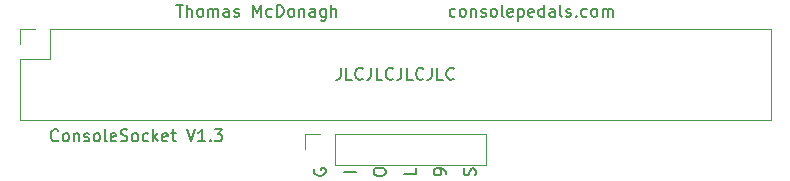
<source format=gbr>
G04 #@! TF.GenerationSoftware,KiCad,Pcbnew,(5.1.7)-1*
G04 #@! TF.CreationDate,2021-08-29T16:28:43-05:00*
G04 #@! TF.ProjectId,ConsoleSocket,436f6e73-6f6c-4655-936f-636b65742e6b,rev?*
G04 #@! TF.SameCoordinates,Original*
G04 #@! TF.FileFunction,Legend,Top*
G04 #@! TF.FilePolarity,Positive*
%FSLAX46Y46*%
G04 Gerber Fmt 4.6, Leading zero omitted, Abs format (unit mm)*
G04 Created by KiCad (PCBNEW (5.1.7)-1) date 2021-08-29 16:28:43*
%MOMM*%
%LPD*%
G01*
G04 APERTURE LIST*
%ADD10C,0.150000*%
%ADD11C,0.120000*%
G04 APERTURE END LIST*
D10*
X143984761Y-47910714D02*
X144032380Y-47767857D01*
X144032380Y-47529761D01*
X143984761Y-47434523D01*
X143937142Y-47386904D01*
X143841904Y-47339285D01*
X143746666Y-47339285D01*
X143651428Y-47386904D01*
X143603809Y-47434523D01*
X143556190Y-47529761D01*
X143508571Y-47720238D01*
X143460952Y-47815476D01*
X143413333Y-47863095D01*
X143318095Y-47910714D01*
X143222857Y-47910714D01*
X143127619Y-47863095D01*
X143080000Y-47815476D01*
X143032380Y-47720238D01*
X143032380Y-47482142D01*
X143080000Y-47339285D01*
X138952380Y-47315476D02*
X138952380Y-47791666D01*
X137952380Y-47791666D01*
X141492380Y-47815476D02*
X141492380Y-47625000D01*
X141444761Y-47529761D01*
X141397142Y-47482142D01*
X141254285Y-47386904D01*
X141063809Y-47339285D01*
X140682857Y-47339285D01*
X140587619Y-47386904D01*
X140540000Y-47434523D01*
X140492380Y-47529761D01*
X140492380Y-47720238D01*
X140540000Y-47815476D01*
X140587619Y-47863095D01*
X140682857Y-47910714D01*
X140920952Y-47910714D01*
X141016190Y-47863095D01*
X141063809Y-47815476D01*
X141111428Y-47720238D01*
X141111428Y-47529761D01*
X141063809Y-47434523D01*
X141016190Y-47386904D01*
X140920952Y-47339285D01*
X135412380Y-47720238D02*
X135412380Y-47529761D01*
X135460000Y-47434523D01*
X135555238Y-47339285D01*
X135745714Y-47291666D01*
X136079047Y-47291666D01*
X136269523Y-47339285D01*
X136364761Y-47434523D01*
X136412380Y-47529761D01*
X136412380Y-47720238D01*
X136364761Y-47815476D01*
X136269523Y-47910714D01*
X136079047Y-47958333D01*
X135745714Y-47958333D01*
X135555238Y-47910714D01*
X135460000Y-47815476D01*
X135412380Y-47720238D01*
X133872380Y-47625000D02*
X132872380Y-47625000D01*
X130380000Y-47363095D02*
X130332380Y-47458333D01*
X130332380Y-47601190D01*
X130380000Y-47744047D01*
X130475238Y-47839285D01*
X130570476Y-47886904D01*
X130760952Y-47934523D01*
X130903809Y-47934523D01*
X131094285Y-47886904D01*
X131189523Y-47839285D01*
X131284761Y-47744047D01*
X131332380Y-47601190D01*
X131332380Y-47505952D01*
X131284761Y-47363095D01*
X131237142Y-47315476D01*
X130903809Y-47315476D01*
X130903809Y-47505952D01*
X108696952Y-44934142D02*
X108649333Y-44981761D01*
X108506476Y-45029380D01*
X108411238Y-45029380D01*
X108268380Y-44981761D01*
X108173142Y-44886523D01*
X108125523Y-44791285D01*
X108077904Y-44600809D01*
X108077904Y-44457952D01*
X108125523Y-44267476D01*
X108173142Y-44172238D01*
X108268380Y-44077000D01*
X108411238Y-44029380D01*
X108506476Y-44029380D01*
X108649333Y-44077000D01*
X108696952Y-44124619D01*
X109268380Y-45029380D02*
X109173142Y-44981761D01*
X109125523Y-44934142D01*
X109077904Y-44838904D01*
X109077904Y-44553190D01*
X109125523Y-44457952D01*
X109173142Y-44410333D01*
X109268380Y-44362714D01*
X109411238Y-44362714D01*
X109506476Y-44410333D01*
X109554095Y-44457952D01*
X109601714Y-44553190D01*
X109601714Y-44838904D01*
X109554095Y-44934142D01*
X109506476Y-44981761D01*
X109411238Y-45029380D01*
X109268380Y-45029380D01*
X110030285Y-44362714D02*
X110030285Y-45029380D01*
X110030285Y-44457952D02*
X110077904Y-44410333D01*
X110173142Y-44362714D01*
X110316000Y-44362714D01*
X110411238Y-44410333D01*
X110458857Y-44505571D01*
X110458857Y-45029380D01*
X110887428Y-44981761D02*
X110982666Y-45029380D01*
X111173142Y-45029380D01*
X111268380Y-44981761D01*
X111316000Y-44886523D01*
X111316000Y-44838904D01*
X111268380Y-44743666D01*
X111173142Y-44696047D01*
X111030285Y-44696047D01*
X110935047Y-44648428D01*
X110887428Y-44553190D01*
X110887428Y-44505571D01*
X110935047Y-44410333D01*
X111030285Y-44362714D01*
X111173142Y-44362714D01*
X111268380Y-44410333D01*
X111887428Y-45029380D02*
X111792190Y-44981761D01*
X111744571Y-44934142D01*
X111696952Y-44838904D01*
X111696952Y-44553190D01*
X111744571Y-44457952D01*
X111792190Y-44410333D01*
X111887428Y-44362714D01*
X112030285Y-44362714D01*
X112125523Y-44410333D01*
X112173142Y-44457952D01*
X112220761Y-44553190D01*
X112220761Y-44838904D01*
X112173142Y-44934142D01*
X112125523Y-44981761D01*
X112030285Y-45029380D01*
X111887428Y-45029380D01*
X112792190Y-45029380D02*
X112696952Y-44981761D01*
X112649333Y-44886523D01*
X112649333Y-44029380D01*
X113554095Y-44981761D02*
X113458857Y-45029380D01*
X113268380Y-45029380D01*
X113173142Y-44981761D01*
X113125523Y-44886523D01*
X113125523Y-44505571D01*
X113173142Y-44410333D01*
X113268380Y-44362714D01*
X113458857Y-44362714D01*
X113554095Y-44410333D01*
X113601714Y-44505571D01*
X113601714Y-44600809D01*
X113125523Y-44696047D01*
X113982666Y-44981761D02*
X114125523Y-45029380D01*
X114363619Y-45029380D01*
X114458857Y-44981761D01*
X114506476Y-44934142D01*
X114554095Y-44838904D01*
X114554095Y-44743666D01*
X114506476Y-44648428D01*
X114458857Y-44600809D01*
X114363619Y-44553190D01*
X114173142Y-44505571D01*
X114077904Y-44457952D01*
X114030285Y-44410333D01*
X113982666Y-44315095D01*
X113982666Y-44219857D01*
X114030285Y-44124619D01*
X114077904Y-44077000D01*
X114173142Y-44029380D01*
X114411238Y-44029380D01*
X114554095Y-44077000D01*
X115125523Y-45029380D02*
X115030285Y-44981761D01*
X114982666Y-44934142D01*
X114935047Y-44838904D01*
X114935047Y-44553190D01*
X114982666Y-44457952D01*
X115030285Y-44410333D01*
X115125523Y-44362714D01*
X115268380Y-44362714D01*
X115363619Y-44410333D01*
X115411238Y-44457952D01*
X115458857Y-44553190D01*
X115458857Y-44838904D01*
X115411238Y-44934142D01*
X115363619Y-44981761D01*
X115268380Y-45029380D01*
X115125523Y-45029380D01*
X116316000Y-44981761D02*
X116220761Y-45029380D01*
X116030285Y-45029380D01*
X115935047Y-44981761D01*
X115887428Y-44934142D01*
X115839809Y-44838904D01*
X115839809Y-44553190D01*
X115887428Y-44457952D01*
X115935047Y-44410333D01*
X116030285Y-44362714D01*
X116220761Y-44362714D01*
X116316000Y-44410333D01*
X116744571Y-45029380D02*
X116744571Y-44029380D01*
X116839809Y-44648428D02*
X117125523Y-45029380D01*
X117125523Y-44362714D02*
X116744571Y-44743666D01*
X117935047Y-44981761D02*
X117839809Y-45029380D01*
X117649333Y-45029380D01*
X117554095Y-44981761D01*
X117506476Y-44886523D01*
X117506476Y-44505571D01*
X117554095Y-44410333D01*
X117649333Y-44362714D01*
X117839809Y-44362714D01*
X117935047Y-44410333D01*
X117982666Y-44505571D01*
X117982666Y-44600809D01*
X117506476Y-44696047D01*
X118268380Y-44362714D02*
X118649333Y-44362714D01*
X118411238Y-44029380D02*
X118411238Y-44886523D01*
X118458857Y-44981761D01*
X118554095Y-45029380D01*
X118649333Y-45029380D01*
X119601714Y-44029380D02*
X119935047Y-45029380D01*
X120268380Y-44029380D01*
X121125523Y-45029380D02*
X120554095Y-45029380D01*
X120839809Y-45029380D02*
X120839809Y-44029380D01*
X120744571Y-44172238D01*
X120649333Y-44267476D01*
X120554095Y-44315095D01*
X121554095Y-44934142D02*
X121601714Y-44981761D01*
X121554095Y-45029380D01*
X121506476Y-44981761D01*
X121554095Y-44934142D01*
X121554095Y-45029380D01*
X121935047Y-44029380D02*
X122554095Y-44029380D01*
X122220761Y-44410333D01*
X122363619Y-44410333D01*
X122458857Y-44457952D01*
X122506476Y-44505571D01*
X122554095Y-44600809D01*
X122554095Y-44838904D01*
X122506476Y-44934142D01*
X122458857Y-44981761D01*
X122363619Y-45029380D01*
X122077904Y-45029380D01*
X121982666Y-44981761D01*
X121935047Y-44934142D01*
X118682380Y-33488380D02*
X119253809Y-33488380D01*
X118968095Y-34488380D02*
X118968095Y-33488380D01*
X119587142Y-34488380D02*
X119587142Y-33488380D01*
X120015714Y-34488380D02*
X120015714Y-33964571D01*
X119968095Y-33869333D01*
X119872857Y-33821714D01*
X119730000Y-33821714D01*
X119634761Y-33869333D01*
X119587142Y-33916952D01*
X120634761Y-34488380D02*
X120539523Y-34440761D01*
X120491904Y-34393142D01*
X120444285Y-34297904D01*
X120444285Y-34012190D01*
X120491904Y-33916952D01*
X120539523Y-33869333D01*
X120634761Y-33821714D01*
X120777619Y-33821714D01*
X120872857Y-33869333D01*
X120920476Y-33916952D01*
X120968095Y-34012190D01*
X120968095Y-34297904D01*
X120920476Y-34393142D01*
X120872857Y-34440761D01*
X120777619Y-34488380D01*
X120634761Y-34488380D01*
X121396666Y-34488380D02*
X121396666Y-33821714D01*
X121396666Y-33916952D02*
X121444285Y-33869333D01*
X121539523Y-33821714D01*
X121682380Y-33821714D01*
X121777619Y-33869333D01*
X121825238Y-33964571D01*
X121825238Y-34488380D01*
X121825238Y-33964571D02*
X121872857Y-33869333D01*
X121968095Y-33821714D01*
X122110952Y-33821714D01*
X122206190Y-33869333D01*
X122253809Y-33964571D01*
X122253809Y-34488380D01*
X123158571Y-34488380D02*
X123158571Y-33964571D01*
X123110952Y-33869333D01*
X123015714Y-33821714D01*
X122825238Y-33821714D01*
X122730000Y-33869333D01*
X123158571Y-34440761D02*
X123063333Y-34488380D01*
X122825238Y-34488380D01*
X122730000Y-34440761D01*
X122682380Y-34345523D01*
X122682380Y-34250285D01*
X122730000Y-34155047D01*
X122825238Y-34107428D01*
X123063333Y-34107428D01*
X123158571Y-34059809D01*
X123587142Y-34440761D02*
X123682380Y-34488380D01*
X123872857Y-34488380D01*
X123968095Y-34440761D01*
X124015714Y-34345523D01*
X124015714Y-34297904D01*
X123968095Y-34202666D01*
X123872857Y-34155047D01*
X123730000Y-34155047D01*
X123634761Y-34107428D01*
X123587142Y-34012190D01*
X123587142Y-33964571D01*
X123634761Y-33869333D01*
X123730000Y-33821714D01*
X123872857Y-33821714D01*
X123968095Y-33869333D01*
X125206190Y-34488380D02*
X125206190Y-33488380D01*
X125539523Y-34202666D01*
X125872857Y-33488380D01*
X125872857Y-34488380D01*
X126777619Y-34440761D02*
X126682380Y-34488380D01*
X126491904Y-34488380D01*
X126396666Y-34440761D01*
X126349047Y-34393142D01*
X126301428Y-34297904D01*
X126301428Y-34012190D01*
X126349047Y-33916952D01*
X126396666Y-33869333D01*
X126491904Y-33821714D01*
X126682380Y-33821714D01*
X126777619Y-33869333D01*
X127206190Y-34488380D02*
X127206190Y-33488380D01*
X127444285Y-33488380D01*
X127587142Y-33536000D01*
X127682380Y-33631238D01*
X127730000Y-33726476D01*
X127777619Y-33916952D01*
X127777619Y-34059809D01*
X127730000Y-34250285D01*
X127682380Y-34345523D01*
X127587142Y-34440761D01*
X127444285Y-34488380D01*
X127206190Y-34488380D01*
X128349047Y-34488380D02*
X128253809Y-34440761D01*
X128206190Y-34393142D01*
X128158571Y-34297904D01*
X128158571Y-34012190D01*
X128206190Y-33916952D01*
X128253809Y-33869333D01*
X128349047Y-33821714D01*
X128491904Y-33821714D01*
X128587142Y-33869333D01*
X128634761Y-33916952D01*
X128682380Y-34012190D01*
X128682380Y-34297904D01*
X128634761Y-34393142D01*
X128587142Y-34440761D01*
X128491904Y-34488380D01*
X128349047Y-34488380D01*
X129110952Y-33821714D02*
X129110952Y-34488380D01*
X129110952Y-33916952D02*
X129158571Y-33869333D01*
X129253809Y-33821714D01*
X129396666Y-33821714D01*
X129491904Y-33869333D01*
X129539523Y-33964571D01*
X129539523Y-34488380D01*
X130444285Y-34488380D02*
X130444285Y-33964571D01*
X130396666Y-33869333D01*
X130301428Y-33821714D01*
X130110952Y-33821714D01*
X130015714Y-33869333D01*
X130444285Y-34440761D02*
X130349047Y-34488380D01*
X130110952Y-34488380D01*
X130015714Y-34440761D01*
X129968095Y-34345523D01*
X129968095Y-34250285D01*
X130015714Y-34155047D01*
X130110952Y-34107428D01*
X130349047Y-34107428D01*
X130444285Y-34059809D01*
X131349047Y-33821714D02*
X131349047Y-34631238D01*
X131301428Y-34726476D01*
X131253809Y-34774095D01*
X131158571Y-34821714D01*
X131015714Y-34821714D01*
X130920476Y-34774095D01*
X131349047Y-34440761D02*
X131253809Y-34488380D01*
X131063333Y-34488380D01*
X130968095Y-34440761D01*
X130920476Y-34393142D01*
X130872857Y-34297904D01*
X130872857Y-34012190D01*
X130920476Y-33916952D01*
X130968095Y-33869333D01*
X131063333Y-33821714D01*
X131253809Y-33821714D01*
X131349047Y-33869333D01*
X131825238Y-34488380D02*
X131825238Y-33488380D01*
X132253809Y-34488380D02*
X132253809Y-33964571D01*
X132206190Y-33869333D01*
X132110952Y-33821714D01*
X131968095Y-33821714D01*
X131872857Y-33869333D01*
X131825238Y-33916952D01*
X142301428Y-34440761D02*
X142206190Y-34488380D01*
X142015714Y-34488380D01*
X141920476Y-34440761D01*
X141872857Y-34393142D01*
X141825238Y-34297904D01*
X141825238Y-34012190D01*
X141872857Y-33916952D01*
X141920476Y-33869333D01*
X142015714Y-33821714D01*
X142206190Y-33821714D01*
X142301428Y-33869333D01*
X142872857Y-34488380D02*
X142777619Y-34440761D01*
X142730000Y-34393142D01*
X142682380Y-34297904D01*
X142682380Y-34012190D01*
X142730000Y-33916952D01*
X142777619Y-33869333D01*
X142872857Y-33821714D01*
X143015714Y-33821714D01*
X143110952Y-33869333D01*
X143158571Y-33916952D01*
X143206190Y-34012190D01*
X143206190Y-34297904D01*
X143158571Y-34393142D01*
X143110952Y-34440761D01*
X143015714Y-34488380D01*
X142872857Y-34488380D01*
X143634761Y-33821714D02*
X143634761Y-34488380D01*
X143634761Y-33916952D02*
X143682380Y-33869333D01*
X143777619Y-33821714D01*
X143920476Y-33821714D01*
X144015714Y-33869333D01*
X144063333Y-33964571D01*
X144063333Y-34488380D01*
X144491904Y-34440761D02*
X144587142Y-34488380D01*
X144777619Y-34488380D01*
X144872857Y-34440761D01*
X144920476Y-34345523D01*
X144920476Y-34297904D01*
X144872857Y-34202666D01*
X144777619Y-34155047D01*
X144634761Y-34155047D01*
X144539523Y-34107428D01*
X144491904Y-34012190D01*
X144491904Y-33964571D01*
X144539523Y-33869333D01*
X144634761Y-33821714D01*
X144777619Y-33821714D01*
X144872857Y-33869333D01*
X145491904Y-34488380D02*
X145396666Y-34440761D01*
X145349047Y-34393142D01*
X145301428Y-34297904D01*
X145301428Y-34012190D01*
X145349047Y-33916952D01*
X145396666Y-33869333D01*
X145491904Y-33821714D01*
X145634761Y-33821714D01*
X145730000Y-33869333D01*
X145777619Y-33916952D01*
X145825238Y-34012190D01*
X145825238Y-34297904D01*
X145777619Y-34393142D01*
X145730000Y-34440761D01*
X145634761Y-34488380D01*
X145491904Y-34488380D01*
X146396666Y-34488380D02*
X146301428Y-34440761D01*
X146253809Y-34345523D01*
X146253809Y-33488380D01*
X147158571Y-34440761D02*
X147063333Y-34488380D01*
X146872857Y-34488380D01*
X146777619Y-34440761D01*
X146729999Y-34345523D01*
X146729999Y-33964571D01*
X146777619Y-33869333D01*
X146872857Y-33821714D01*
X147063333Y-33821714D01*
X147158571Y-33869333D01*
X147206190Y-33964571D01*
X147206190Y-34059809D01*
X146729999Y-34155047D01*
X147634761Y-33821714D02*
X147634761Y-34821714D01*
X147634761Y-33869333D02*
X147729999Y-33821714D01*
X147920476Y-33821714D01*
X148015714Y-33869333D01*
X148063333Y-33916952D01*
X148110952Y-34012190D01*
X148110952Y-34297904D01*
X148063333Y-34393142D01*
X148015714Y-34440761D01*
X147920476Y-34488380D01*
X147729999Y-34488380D01*
X147634761Y-34440761D01*
X148920476Y-34440761D02*
X148825238Y-34488380D01*
X148634761Y-34488380D01*
X148539523Y-34440761D01*
X148491904Y-34345523D01*
X148491904Y-33964571D01*
X148539523Y-33869333D01*
X148634761Y-33821714D01*
X148825238Y-33821714D01*
X148920476Y-33869333D01*
X148968095Y-33964571D01*
X148968095Y-34059809D01*
X148491904Y-34155047D01*
X149825238Y-34488380D02*
X149825238Y-33488380D01*
X149825238Y-34440761D02*
X149729999Y-34488380D01*
X149539523Y-34488380D01*
X149444285Y-34440761D01*
X149396666Y-34393142D01*
X149349047Y-34297904D01*
X149349047Y-34012190D01*
X149396666Y-33916952D01*
X149444285Y-33869333D01*
X149539523Y-33821714D01*
X149729999Y-33821714D01*
X149825238Y-33869333D01*
X150729999Y-34488380D02*
X150729999Y-33964571D01*
X150682380Y-33869333D01*
X150587142Y-33821714D01*
X150396666Y-33821714D01*
X150301428Y-33869333D01*
X150729999Y-34440761D02*
X150634761Y-34488380D01*
X150396666Y-34488380D01*
X150301428Y-34440761D01*
X150253809Y-34345523D01*
X150253809Y-34250285D01*
X150301428Y-34155047D01*
X150396666Y-34107428D01*
X150634761Y-34107428D01*
X150729999Y-34059809D01*
X151349047Y-34488380D02*
X151253809Y-34440761D01*
X151206190Y-34345523D01*
X151206190Y-33488380D01*
X151682380Y-34440761D02*
X151777619Y-34488380D01*
X151968095Y-34488380D01*
X152063333Y-34440761D01*
X152110952Y-34345523D01*
X152110952Y-34297904D01*
X152063333Y-34202666D01*
X151968095Y-34155047D01*
X151825238Y-34155047D01*
X151729999Y-34107428D01*
X151682380Y-34012190D01*
X151682380Y-33964571D01*
X151729999Y-33869333D01*
X151825238Y-33821714D01*
X151968095Y-33821714D01*
X152063333Y-33869333D01*
X152539523Y-34393142D02*
X152587142Y-34440761D01*
X152539523Y-34488380D01*
X152491904Y-34440761D01*
X152539523Y-34393142D01*
X152539523Y-34488380D01*
X153444285Y-34440761D02*
X153349047Y-34488380D01*
X153158571Y-34488380D01*
X153063333Y-34440761D01*
X153015714Y-34393142D01*
X152968095Y-34297904D01*
X152968095Y-34012190D01*
X153015714Y-33916952D01*
X153063333Y-33869333D01*
X153158571Y-33821714D01*
X153349047Y-33821714D01*
X153444285Y-33869333D01*
X154015714Y-34488380D02*
X153920476Y-34440761D01*
X153872857Y-34393142D01*
X153825238Y-34297904D01*
X153825238Y-34012190D01*
X153872857Y-33916952D01*
X153920476Y-33869333D01*
X154015714Y-33821714D01*
X154158571Y-33821714D01*
X154253809Y-33869333D01*
X154301428Y-33916952D01*
X154349047Y-34012190D01*
X154349047Y-34297904D01*
X154301428Y-34393142D01*
X154253809Y-34440761D01*
X154158571Y-34488380D01*
X154015714Y-34488380D01*
X154777619Y-34488380D02*
X154777619Y-33821714D01*
X154777619Y-33916952D02*
X154825238Y-33869333D01*
X154920476Y-33821714D01*
X155063333Y-33821714D01*
X155158571Y-33869333D01*
X155206190Y-33964571D01*
X155206190Y-34488380D01*
X155206190Y-33964571D02*
X155253809Y-33869333D01*
X155349047Y-33821714D01*
X155491904Y-33821714D01*
X155587142Y-33869333D01*
X155634761Y-33964571D01*
X155634761Y-34488380D01*
X132610952Y-38822380D02*
X132610952Y-39536666D01*
X132563333Y-39679523D01*
X132468095Y-39774761D01*
X132325238Y-39822380D01*
X132230000Y-39822380D01*
X133563333Y-39822380D02*
X133087142Y-39822380D01*
X133087142Y-38822380D01*
X134468095Y-39727142D02*
X134420476Y-39774761D01*
X134277619Y-39822380D01*
X134182380Y-39822380D01*
X134039523Y-39774761D01*
X133944285Y-39679523D01*
X133896666Y-39584285D01*
X133849047Y-39393809D01*
X133849047Y-39250952D01*
X133896666Y-39060476D01*
X133944285Y-38965238D01*
X134039523Y-38870000D01*
X134182380Y-38822380D01*
X134277619Y-38822380D01*
X134420476Y-38870000D01*
X134468095Y-38917619D01*
X135182380Y-38822380D02*
X135182380Y-39536666D01*
X135134761Y-39679523D01*
X135039523Y-39774761D01*
X134896666Y-39822380D01*
X134801428Y-39822380D01*
X136134761Y-39822380D02*
X135658571Y-39822380D01*
X135658571Y-38822380D01*
X137039523Y-39727142D02*
X136991904Y-39774761D01*
X136849047Y-39822380D01*
X136753809Y-39822380D01*
X136610952Y-39774761D01*
X136515714Y-39679523D01*
X136468095Y-39584285D01*
X136420476Y-39393809D01*
X136420476Y-39250952D01*
X136468095Y-39060476D01*
X136515714Y-38965238D01*
X136610952Y-38870000D01*
X136753809Y-38822380D01*
X136849047Y-38822380D01*
X136991904Y-38870000D01*
X137039523Y-38917619D01*
X137753809Y-38822380D02*
X137753809Y-39536666D01*
X137706190Y-39679523D01*
X137610952Y-39774761D01*
X137468095Y-39822380D01*
X137372857Y-39822380D01*
X138706190Y-39822380D02*
X138230000Y-39822380D01*
X138230000Y-38822380D01*
X139610952Y-39727142D02*
X139563333Y-39774761D01*
X139420476Y-39822380D01*
X139325238Y-39822380D01*
X139182380Y-39774761D01*
X139087142Y-39679523D01*
X139039523Y-39584285D01*
X138991904Y-39393809D01*
X138991904Y-39250952D01*
X139039523Y-39060476D01*
X139087142Y-38965238D01*
X139182380Y-38870000D01*
X139325238Y-38822380D01*
X139420476Y-38822380D01*
X139563333Y-38870000D01*
X139610952Y-38917619D01*
X140325238Y-38822380D02*
X140325238Y-39536666D01*
X140277619Y-39679523D01*
X140182380Y-39774761D01*
X140039523Y-39822380D01*
X139944285Y-39822380D01*
X141277619Y-39822380D02*
X140801428Y-39822380D01*
X140801428Y-38822380D01*
X142182380Y-39727142D02*
X142134761Y-39774761D01*
X141991904Y-39822380D01*
X141896666Y-39822380D01*
X141753809Y-39774761D01*
X141658571Y-39679523D01*
X141610952Y-39584285D01*
X141563333Y-39393809D01*
X141563333Y-39250952D01*
X141610952Y-39060476D01*
X141658571Y-38965238D01*
X141753809Y-38870000D01*
X141896666Y-38822380D01*
X141991904Y-38822380D01*
X142134761Y-38870000D01*
X142182380Y-38917619D01*
D11*
G04 #@! TO.C,J3*
X105420000Y-36830000D02*
X105420000Y-35500000D01*
X105420000Y-35500000D02*
X106750000Y-35500000D01*
X105420000Y-38100000D02*
X108020000Y-38100000D01*
X108020000Y-38100000D02*
X108020000Y-35500000D01*
X108020000Y-35500000D02*
X169040000Y-35500000D01*
X169040000Y-43210000D02*
X169040000Y-35500000D01*
X105420000Y-43210000D02*
X169040000Y-43210000D01*
X105420000Y-43210000D02*
X105420000Y-38100000D01*
G04 #@! TO.C,J1*
X132150000Y-47050000D02*
X132150000Y-44390000D01*
X132150000Y-47050000D02*
X144910000Y-47050000D01*
X144910000Y-47050000D02*
X144910000Y-44390000D01*
X132150000Y-44390000D02*
X144910000Y-44390000D01*
X129550000Y-44390000D02*
X130880000Y-44390000D01*
X129550000Y-45720000D02*
X129550000Y-44390000D01*
G04 #@! TD*
M02*

</source>
